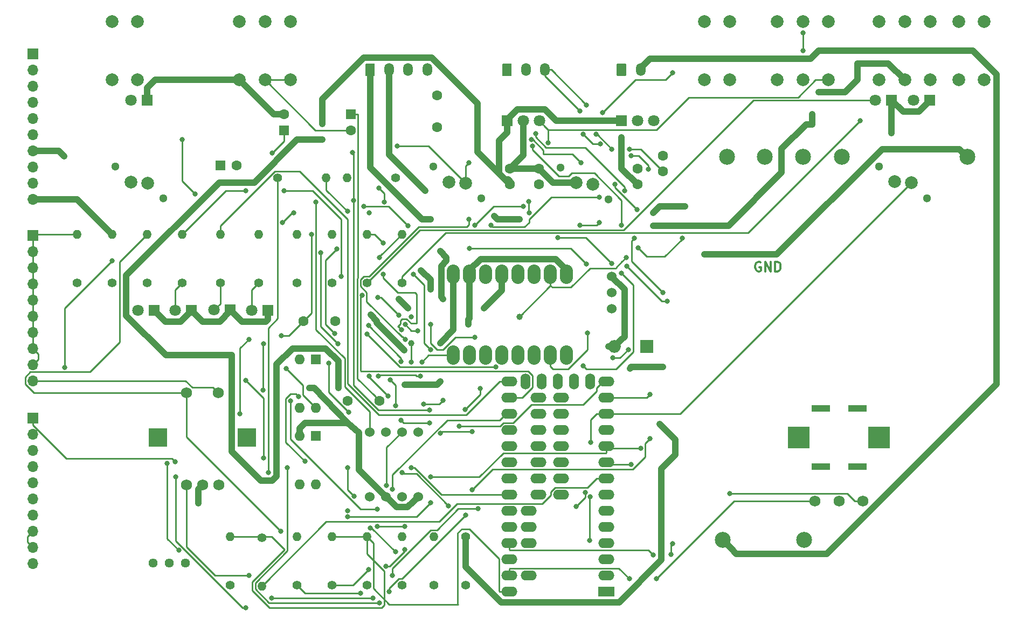
<source format=gbr>
G04 #@! TF.GenerationSoftware,KiCad,Pcbnew,5.1.5-52549c5~84~ubuntu19.04.1*
G04 #@! TF.CreationDate,2020-01-25T14:44:11+01:00*
G04 #@! TF.ProjectId,upuaut_2Nils,75707561-7574-45f3-924e-696c732e6b69,rev?*
G04 #@! TF.SameCoordinates,Original*
G04 #@! TF.FileFunction,Copper,L2,Bot*
G04 #@! TF.FilePolarity,Positive*
%FSLAX46Y46*%
G04 Gerber Fmt 4.6, Leading zero omitted, Abs format (unit mm)*
G04 Created by KiCad (PCBNEW 5.1.5-52549c5~84~ubuntu19.04.1) date 2020-01-25 14:44:11*
%MOMM*%
%LPD*%
G04 APERTURE LIST*
%ADD10C,0.300000*%
%ADD11C,2.500000*%
%ADD12C,1.524000*%
%ADD13C,2.000000*%
%ADD14R,3.000000X1.000000*%
%ADD15R,3.500000X3.500000*%
%ADD16C,1.750000*%
%ADD17O,2.540000X1.524000*%
%ADD18O,1.524000X2.540000*%
%ADD19R,2.540000X1.524000*%
%ADD20O,1.400000X1.400000*%
%ADD21C,1.400000*%
%ADD22O,1.500000X2.020000*%
%ADD23C,0.100000*%
%ADD24O,1.600000X1.600000*%
%ADD25R,1.600000X1.600000*%
%ADD26O,2.032000X3.048000*%
%ADD27R,3.000000X3.000000*%
%ADD28R,1.800000X1.800000*%
%ADD29C,1.800000*%
%ADD30C,1.440000*%
%ADD31O,2.000000X2.000000*%
%ADD32R,2.000000X2.000000*%
%ADD33C,1.600000*%
%ADD34C,1.300000*%
%ADD35R,1.700000X1.700000*%
%ADD36O,1.700000X1.700000*%
%ADD37C,1.000000*%
%ADD38C,0.800000*%
%ADD39C,1.000000*%
%ADD40C,0.250000*%
G04 APERTURE END LIST*
D10*
X183857142Y-91250000D02*
X183714285Y-91178571D01*
X183500000Y-91178571D01*
X183285714Y-91250000D01*
X183142857Y-91392857D01*
X183071428Y-91535714D01*
X183000000Y-91821428D01*
X183000000Y-92035714D01*
X183071428Y-92321428D01*
X183142857Y-92464285D01*
X183285714Y-92607142D01*
X183500000Y-92678571D01*
X183642857Y-92678571D01*
X183857142Y-92607142D01*
X183928571Y-92535714D01*
X183928571Y-92035714D01*
X183642857Y-92035714D01*
X184571428Y-92678571D02*
X184571428Y-91178571D01*
X185428571Y-92678571D01*
X185428571Y-91178571D01*
X186142857Y-92678571D02*
X186142857Y-91178571D01*
X186500000Y-91178571D01*
X186714285Y-91250000D01*
X186857142Y-91392857D01*
X186928571Y-91535714D01*
X187000000Y-91821428D01*
X187000000Y-92035714D01*
X186928571Y-92321428D01*
X186857142Y-92464285D01*
X186714285Y-92607142D01*
X186500000Y-92678571D01*
X186142857Y-92678571D01*
D11*
X190650000Y-134900000D03*
X177900000Y-134900000D03*
X216350000Y-74700000D03*
X196600000Y-74700000D03*
X190550000Y-74700000D03*
X184550000Y-74700000D03*
X178550000Y-74700000D03*
D12*
X160500000Y-98540000D03*
X160500000Y-96000000D03*
X160500000Y-93460000D03*
D13*
X210500000Y-53400000D03*
X202500000Y-53400000D03*
X210500000Y-62600000D03*
X202500000Y-62600000D03*
X206500000Y-53400000D03*
X206500000Y-62600000D03*
D14*
X193275000Y-123375000D03*
X199075000Y-123375000D03*
X199075000Y-114175000D03*
X193275000Y-114175000D03*
D15*
X202475000Y-118775000D03*
X189875000Y-118775000D03*
D16*
X192425000Y-128775000D03*
X196175000Y-128775000D03*
X199925000Y-128775000D03*
D13*
X106000000Y-62600000D03*
X106000000Y-53400000D03*
X102000000Y-62600000D03*
X110000000Y-62600000D03*
X102000000Y-53400000D03*
X110000000Y-53400000D03*
D17*
X148952000Y-112530000D03*
X148952000Y-115070000D03*
X148952000Y-117610000D03*
X148952000Y-120150000D03*
X148952000Y-122690000D03*
X152508000Y-112530000D03*
X152508000Y-115070000D03*
X152508000Y-117610000D03*
X152508000Y-120150000D03*
X152508000Y-122690000D03*
X152508000Y-125230000D03*
X148952000Y-125230000D03*
X152508000Y-127770000D03*
X148952000Y-127770000D03*
X147428000Y-130310000D03*
X147428000Y-132850000D03*
X147428000Y-135390000D03*
X147428000Y-140470000D03*
D18*
X157080000Y-109990000D03*
X154540000Y-109990000D03*
X152000000Y-109990000D03*
X149460000Y-109990000D03*
X146920000Y-109990000D03*
D17*
X144380000Y-143010000D03*
X144380000Y-140470000D03*
X144380000Y-137930000D03*
X144380000Y-135390000D03*
X144380000Y-132850000D03*
X144380000Y-130310000D03*
X144380000Y-127770000D03*
X144380000Y-125230000D03*
X144380000Y-122690000D03*
X144380000Y-120150000D03*
X144380000Y-117610000D03*
X144380000Y-115070000D03*
X144380000Y-112530000D03*
X144380000Y-109990000D03*
X159620000Y-109990000D03*
X159620000Y-112530000D03*
X159620000Y-115070000D03*
X159620000Y-117610000D03*
X159620000Y-120150000D03*
X159620000Y-122690000D03*
X159620000Y-125230000D03*
X159620000Y-127770000D03*
X159620000Y-130310000D03*
X159620000Y-132850000D03*
X159620000Y-135390000D03*
X159620000Y-137930000D03*
X159620000Y-140470000D03*
D19*
X159620000Y-143010000D03*
D20*
X87500000Y-86880000D03*
D21*
X87500000Y-94500000D03*
D22*
X131500000Y-61000000D03*
X128500000Y-61000000D03*
X125500000Y-61000000D03*
G04 #@! TA.AperFunction,ComponentPad*
D23*
G36*
X123024504Y-59991204D02*
G01*
X123048773Y-59994804D01*
X123072571Y-60000765D01*
X123095671Y-60009030D01*
X123117849Y-60019520D01*
X123138893Y-60032133D01*
X123158598Y-60046747D01*
X123176777Y-60063223D01*
X123193253Y-60081402D01*
X123207867Y-60101107D01*
X123220480Y-60122151D01*
X123230970Y-60144329D01*
X123239235Y-60167429D01*
X123245196Y-60191227D01*
X123248796Y-60215496D01*
X123250000Y-60240000D01*
X123250000Y-61760000D01*
X123248796Y-61784504D01*
X123245196Y-61808773D01*
X123239235Y-61832571D01*
X123230970Y-61855671D01*
X123220480Y-61877849D01*
X123207867Y-61898893D01*
X123193253Y-61918598D01*
X123176777Y-61936777D01*
X123158598Y-61953253D01*
X123138893Y-61967867D01*
X123117849Y-61980480D01*
X123095671Y-61990970D01*
X123072571Y-61999235D01*
X123048773Y-62005196D01*
X123024504Y-62008796D01*
X123000000Y-62010000D01*
X122000000Y-62010000D01*
X121975496Y-62008796D01*
X121951227Y-62005196D01*
X121927429Y-61999235D01*
X121904329Y-61990970D01*
X121882151Y-61980480D01*
X121861107Y-61967867D01*
X121841402Y-61953253D01*
X121823223Y-61936777D01*
X121806747Y-61918598D01*
X121792133Y-61898893D01*
X121779520Y-61877849D01*
X121769030Y-61855671D01*
X121760765Y-61832571D01*
X121754804Y-61808773D01*
X121751204Y-61784504D01*
X121750000Y-61760000D01*
X121750000Y-60240000D01*
X121751204Y-60215496D01*
X121754804Y-60191227D01*
X121760765Y-60167429D01*
X121769030Y-60144329D01*
X121779520Y-60122151D01*
X121792133Y-60101107D01*
X121806747Y-60081402D01*
X121823223Y-60063223D01*
X121841402Y-60046747D01*
X121861107Y-60032133D01*
X121882151Y-60019520D01*
X121904329Y-60009030D01*
X121927429Y-60000765D01*
X121951227Y-59994804D01*
X121975496Y-59991204D01*
X122000000Y-59990000D01*
X123000000Y-59990000D01*
X123024504Y-59991204D01*
G37*
G04 #@! TD.AperFunction*
D22*
X165000000Y-61000000D03*
G04 #@! TA.AperFunction,ComponentPad*
D23*
G36*
X162524504Y-59991204D02*
G01*
X162548773Y-59994804D01*
X162572571Y-60000765D01*
X162595671Y-60009030D01*
X162617849Y-60019520D01*
X162638893Y-60032133D01*
X162658598Y-60046747D01*
X162676777Y-60063223D01*
X162693253Y-60081402D01*
X162707867Y-60101107D01*
X162720480Y-60122151D01*
X162730970Y-60144329D01*
X162739235Y-60167429D01*
X162745196Y-60191227D01*
X162748796Y-60215496D01*
X162750000Y-60240000D01*
X162750000Y-61760000D01*
X162748796Y-61784504D01*
X162745196Y-61808773D01*
X162739235Y-61832571D01*
X162730970Y-61855671D01*
X162720480Y-61877849D01*
X162707867Y-61898893D01*
X162693253Y-61918598D01*
X162676777Y-61936777D01*
X162658598Y-61953253D01*
X162638893Y-61967867D01*
X162617849Y-61980480D01*
X162595671Y-61990970D01*
X162572571Y-61999235D01*
X162548773Y-62005196D01*
X162524504Y-62008796D01*
X162500000Y-62010000D01*
X161500000Y-62010000D01*
X161475496Y-62008796D01*
X161451227Y-62005196D01*
X161427429Y-61999235D01*
X161404329Y-61990970D01*
X161382151Y-61980480D01*
X161361107Y-61967867D01*
X161341402Y-61953253D01*
X161323223Y-61936777D01*
X161306747Y-61918598D01*
X161292133Y-61898893D01*
X161279520Y-61877849D01*
X161269030Y-61855671D01*
X161260765Y-61832571D01*
X161254804Y-61808773D01*
X161251204Y-61784504D01*
X161250000Y-61760000D01*
X161250000Y-60240000D01*
X161251204Y-60215496D01*
X161254804Y-60191227D01*
X161260765Y-60167429D01*
X161269030Y-60144329D01*
X161279520Y-60122151D01*
X161292133Y-60101107D01*
X161306747Y-60081402D01*
X161323223Y-60063223D01*
X161341402Y-60046747D01*
X161361107Y-60032133D01*
X161382151Y-60019520D01*
X161404329Y-60009030D01*
X161427429Y-60000765D01*
X161451227Y-59994804D01*
X161475496Y-59991204D01*
X161500000Y-59990000D01*
X162500000Y-59990000D01*
X162524504Y-59991204D01*
G37*
G04 #@! TD.AperFunction*
D22*
X150000000Y-61000000D03*
X147000000Y-61000000D03*
G04 #@! TA.AperFunction,ComponentPad*
D23*
G36*
X144524504Y-59991204D02*
G01*
X144548773Y-59994804D01*
X144572571Y-60000765D01*
X144595671Y-60009030D01*
X144617849Y-60019520D01*
X144638893Y-60032133D01*
X144658598Y-60046747D01*
X144676777Y-60063223D01*
X144693253Y-60081402D01*
X144707867Y-60101107D01*
X144720480Y-60122151D01*
X144730970Y-60144329D01*
X144739235Y-60167429D01*
X144745196Y-60191227D01*
X144748796Y-60215496D01*
X144750000Y-60240000D01*
X144750000Y-61760000D01*
X144748796Y-61784504D01*
X144745196Y-61808773D01*
X144739235Y-61832571D01*
X144730970Y-61855671D01*
X144720480Y-61877849D01*
X144707867Y-61898893D01*
X144693253Y-61918598D01*
X144676777Y-61936777D01*
X144658598Y-61953253D01*
X144638893Y-61967867D01*
X144617849Y-61980480D01*
X144595671Y-61990970D01*
X144572571Y-61999235D01*
X144548773Y-62005196D01*
X144524504Y-62008796D01*
X144500000Y-62010000D01*
X143500000Y-62010000D01*
X143475496Y-62008796D01*
X143451227Y-62005196D01*
X143427429Y-61999235D01*
X143404329Y-61990970D01*
X143382151Y-61980480D01*
X143361107Y-61967867D01*
X143341402Y-61953253D01*
X143323223Y-61936777D01*
X143306747Y-61918598D01*
X143292133Y-61898893D01*
X143279520Y-61877849D01*
X143269030Y-61855671D01*
X143260765Y-61832571D01*
X143254804Y-61808773D01*
X143251204Y-61784504D01*
X143250000Y-61760000D01*
X143250000Y-60240000D01*
X143251204Y-60215496D01*
X143254804Y-60191227D01*
X143260765Y-60167429D01*
X143269030Y-60144329D01*
X143279520Y-60122151D01*
X143292133Y-60101107D01*
X143306747Y-60081402D01*
X143323223Y-60063223D01*
X143341402Y-60046747D01*
X143361107Y-60032133D01*
X143382151Y-60019520D01*
X143404329Y-60009030D01*
X143427429Y-60000765D01*
X143451227Y-59994804D01*
X143475496Y-59991204D01*
X143500000Y-59990000D01*
X144500000Y-59990000D01*
X144524504Y-59991204D01*
G37*
G04 #@! TD.AperFunction*
D13*
X190500000Y-62600000D03*
X190500000Y-53400000D03*
X186500000Y-62600000D03*
X194500000Y-62600000D03*
X186500000Y-53400000D03*
X194500000Y-53400000D03*
X175000000Y-62600000D03*
X179000000Y-62600000D03*
X175000000Y-53400000D03*
X179000000Y-53400000D03*
D24*
X114000000Y-126120000D03*
X111460000Y-118500000D03*
X111460000Y-126120000D03*
D25*
X114000000Y-118500000D03*
D13*
X82000000Y-62600000D03*
X86000000Y-62600000D03*
X82000000Y-53400000D03*
X86000000Y-53400000D03*
D26*
X153390000Y-105850000D03*
X150850000Y-105850000D03*
X148310000Y-105850000D03*
X145770000Y-105850000D03*
X143230000Y-105850000D03*
X140690000Y-105850000D03*
X138150000Y-105850000D03*
X135610000Y-105850000D03*
X135610000Y-93150000D03*
X138150000Y-93150000D03*
X140690000Y-93150000D03*
X143230000Y-93150000D03*
X145770000Y-93150000D03*
X148310000Y-93150000D03*
X150850000Y-93150000D03*
X153390000Y-93150000D03*
D12*
X122420000Y-117920000D03*
X124960000Y-117920000D03*
X127500000Y-117920000D03*
X130040000Y-117920000D03*
X130040000Y-128080000D03*
X127500000Y-128080000D03*
X124960000Y-128080000D03*
X122420000Y-128080000D03*
D16*
X93675000Y-111775000D03*
X98675000Y-111775000D03*
D27*
X103175000Y-118775000D03*
X89175000Y-118775000D03*
D16*
X96175000Y-126275000D03*
X98715000Y-126275000D03*
X93635000Y-126275000D03*
D28*
X162000000Y-69000000D03*
D29*
X164540000Y-69000000D03*
X167080000Y-69000000D03*
D28*
X144000000Y-69000000D03*
D29*
X146540000Y-69000000D03*
X149080000Y-69000000D03*
D24*
X114000000Y-114120000D03*
X111460000Y-106500000D03*
X111460000Y-114120000D03*
D25*
X114000000Y-106500000D03*
D30*
X88420000Y-138500000D03*
X90960000Y-138500000D03*
X93500000Y-138500000D03*
D20*
X100500000Y-134380000D03*
D21*
X100500000Y-142000000D03*
X137500000Y-134380000D03*
X137500000Y-142000000D03*
D20*
X118880000Y-78000000D03*
D21*
X126500000Y-78000000D03*
D20*
X116500000Y-86880000D03*
D21*
X116500000Y-94500000D03*
D20*
X132500000Y-134380000D03*
D21*
X132500000Y-142000000D03*
D20*
X82000000Y-86880000D03*
D21*
X82000000Y-94500000D03*
D20*
X105000000Y-86880000D03*
D21*
X105000000Y-94500000D03*
D20*
X122000000Y-134380000D03*
D21*
X122000000Y-142000000D03*
D20*
X76500000Y-86880000D03*
D21*
X76500000Y-94500000D03*
D20*
X115620000Y-78000000D03*
D21*
X108000000Y-78000000D03*
D20*
X105500000Y-142120000D03*
D21*
X105500000Y-134500000D03*
D31*
X160920000Y-104500000D03*
D32*
X166000000Y-104500000D03*
D29*
X103885000Y-98775000D03*
D28*
X106425000Y-98775000D03*
D33*
X109000000Y-68000000D03*
D25*
X109000000Y-70500000D03*
D33*
X119500000Y-70500000D03*
D25*
X119500000Y-68000000D03*
D33*
X119000000Y-113000000D03*
X124000000Y-113000000D03*
X101500000Y-76000000D03*
D25*
X99000000Y-76000000D03*
D33*
X117000000Y-100500000D03*
X112000000Y-100500000D03*
X133000000Y-65000000D03*
X133000000Y-70000000D03*
X149000000Y-79000000D03*
X149000000Y-76500000D03*
X168500000Y-77000000D03*
X168500000Y-74500000D03*
D28*
X100550000Y-98750000D03*
D29*
X98010000Y-98750000D03*
X91910000Y-98775000D03*
D28*
X94450000Y-98775000D03*
X88550000Y-98775000D03*
D29*
X86010000Y-98775000D03*
X84910000Y-65775000D03*
D28*
X87450000Y-65775000D03*
X210440000Y-65775000D03*
D29*
X207900000Y-65775000D03*
X201910000Y-65775000D03*
D28*
X204450000Y-65775000D03*
D13*
X215000000Y-62600000D03*
X215000000Y-53400000D03*
X219000000Y-53400000D03*
X219000000Y-62600000D03*
D33*
X144500000Y-76500000D03*
X144500000Y-79000000D03*
X164500000Y-76500000D03*
X164500000Y-79000000D03*
D21*
X111000000Y-142000000D03*
D20*
X111000000Y-134380000D03*
X116500000Y-134380000D03*
D21*
X116500000Y-142000000D03*
X99000000Y-94500000D03*
D20*
X99000000Y-86880000D03*
X93000000Y-86880000D03*
D21*
X93000000Y-94500000D03*
D20*
X127500000Y-134380000D03*
D21*
X127500000Y-142000000D03*
X111000000Y-94500000D03*
D20*
X111000000Y-86880000D03*
X127500000Y-86880000D03*
D21*
X127500000Y-94500000D03*
X122000000Y-94500000D03*
D20*
X122000000Y-86880000D03*
D34*
X152450000Y-76375000D03*
X159950000Y-81375000D03*
D13*
X154900000Y-78775000D03*
X157500000Y-78975000D03*
X137500000Y-78825000D03*
X134900000Y-78625000D03*
D34*
X139950000Y-81225000D03*
X132450000Y-76225000D03*
X82500000Y-76225000D03*
X90000000Y-81225000D03*
D13*
X84950000Y-78625000D03*
X87550000Y-78825000D03*
X207550000Y-78775000D03*
X204950000Y-78575000D03*
D34*
X210000000Y-81175000D03*
X202500000Y-76175000D03*
D35*
X69500000Y-115720000D03*
D36*
X69500000Y-118260000D03*
X69500000Y-120800000D03*
X69500000Y-123340000D03*
X69500000Y-125880000D03*
X69500000Y-128420000D03*
X69500000Y-130960000D03*
X69500000Y-133500000D03*
X69500000Y-136040000D03*
X69500000Y-138580000D03*
X69500000Y-109860000D03*
X69500000Y-107320000D03*
X69500000Y-104780000D03*
X69500000Y-102240000D03*
X69500000Y-99700000D03*
X69500000Y-97160000D03*
X69500000Y-94620000D03*
X69500000Y-92080000D03*
X69500000Y-89540000D03*
D35*
X69500000Y-87000000D03*
X69500000Y-58500000D03*
D36*
X69500000Y-61040000D03*
X69500000Y-63580000D03*
X69500000Y-66120000D03*
X69500000Y-68660000D03*
X69500000Y-71200000D03*
X69500000Y-73740000D03*
X69500000Y-76280000D03*
X69500000Y-78820000D03*
X69500000Y-81360000D03*
D37*
X204450000Y-70950000D03*
X95500000Y-129150011D03*
X113000000Y-111000000D03*
X122625000Y-99525000D03*
X127900000Y-105050000D03*
X137950000Y-100975000D03*
X74449989Y-74600428D03*
D38*
X148500000Y-71000000D03*
X162512653Y-79987347D03*
X158500000Y-85000000D03*
X155500000Y-85446077D03*
X103500000Y-140500000D03*
X105700000Y-111325000D03*
X105775000Y-104025000D03*
X108568261Y-102756739D03*
X113275000Y-86850000D03*
X110000000Y-113000000D03*
X127950000Y-132725000D03*
X123660000Y-132750000D03*
X123600000Y-130050000D03*
X114000000Y-81775000D03*
X107097468Y-74097468D03*
X123884107Y-79590587D03*
X124750000Y-81775000D03*
X122262347Y-101212347D03*
X127375153Y-106849847D03*
X125650000Y-109700000D03*
X126550000Y-113755761D03*
D37*
X168000000Y-116700000D03*
X168475000Y-107725000D03*
X163325000Y-107925000D03*
X162000000Y-71633653D03*
X175000000Y-90000000D03*
D38*
X172000000Y-82500000D03*
X167000000Y-83500000D03*
D37*
X115000000Y-69475000D03*
X115000000Y-71975000D03*
X117500000Y-111000000D03*
X127975000Y-110500000D03*
X133500000Y-110000000D03*
X133500000Y-104000000D03*
D38*
X118950000Y-83225000D03*
X114725000Y-89775000D03*
X117425000Y-104050000D03*
X134835092Y-129500000D03*
X127500000Y-124269999D03*
X106500000Y-124269999D03*
X166219240Y-76619238D03*
X163500000Y-74500000D03*
X155624154Y-75624154D03*
X147840000Y-71998261D03*
X138000000Y-75624999D03*
X126800000Y-73000000D03*
X170000000Y-61500000D03*
X160619999Y-106297448D03*
X163099707Y-104953840D03*
X165000000Y-120500000D03*
X132000000Y-125000000D03*
X132052001Y-129000000D03*
X119000000Y-131275000D03*
X126483240Y-136776760D03*
X122500000Y-133000000D03*
X119183966Y-114816372D03*
X116015762Y-107134238D03*
X116906739Y-102431739D03*
X117275000Y-89150000D03*
X122350000Y-83450000D03*
X131819239Y-114480761D03*
X119900001Y-81500000D03*
X119750000Y-74025000D03*
X179050001Y-127574999D03*
X156342000Y-127407990D03*
X154868347Y-129631653D03*
X137500000Y-131000000D03*
X125487347Y-142987347D03*
X123000000Y-144000000D03*
X107000000Y-144000000D03*
D37*
X132000000Y-95500000D03*
X130500000Y-92500000D03*
X132000000Y-84500000D03*
X133500000Y-89500000D03*
X134000000Y-97000000D03*
X146000000Y-84500000D03*
X142000000Y-84000000D03*
X131150000Y-80000000D03*
X127000000Y-97000000D03*
X140404000Y-98500000D03*
X128500000Y-98500000D03*
D38*
X108500000Y-133500000D03*
X119000000Y-130274997D03*
X129000000Y-123500000D03*
X119000000Y-123500000D03*
X120012152Y-127987848D03*
X168500000Y-96000000D03*
X163500000Y-123000000D03*
X164000000Y-87500000D03*
X164487347Y-82987347D03*
X161000000Y-79000000D03*
X158500000Y-81000000D03*
X141487347Y-85446077D03*
X138000000Y-84500000D03*
X130650000Y-106900000D03*
X130375000Y-109150000D03*
X123825000Y-109119990D03*
X128050331Y-103361853D03*
X139827980Y-111102980D03*
X137412347Y-114412347D03*
X159000000Y-67700000D03*
X146550001Y-82500000D03*
X139000000Y-85446077D03*
X138079766Y-89043099D03*
X156500000Y-91500000D03*
X156637427Y-102362573D03*
X147987347Y-72987347D03*
X162000000Y-85446077D03*
X162830761Y-91830761D03*
X169152346Y-97377346D03*
X170000000Y-135500000D03*
X166975000Y-137221762D03*
X169775000Y-137150000D03*
X150512653Y-72512653D03*
X147461349Y-81736349D03*
X147487347Y-83487347D03*
X152000000Y-87346087D03*
X160500000Y-91447999D03*
X161980959Y-92963405D03*
X156000000Y-107500000D03*
X139000000Y-103000000D03*
X132000000Y-101000000D03*
X130000000Y-102000000D03*
X128004152Y-100995848D03*
X109300000Y-107925000D03*
X103450000Y-103375000D03*
X102074999Y-115074999D03*
X91912653Y-122612653D03*
X158658653Y-72658653D03*
X156000000Y-71150001D03*
X155512653Y-67512653D03*
X163300000Y-73500000D03*
X160500000Y-73500000D03*
X158000000Y-71150001D03*
X156512653Y-66512653D03*
X162725000Y-90500000D03*
X129000000Y-99800000D03*
X127052653Y-99552653D03*
X123754152Y-96745848D03*
D37*
X145974000Y-99800000D03*
D38*
X90654978Y-122845022D03*
X92478846Y-136521154D03*
D37*
X129000000Y-103950000D03*
D38*
X125071739Y-126353261D03*
X129000000Y-106974010D03*
X164575000Y-89025000D03*
X171550000Y-87450000D03*
X103000000Y-109849999D03*
X105775000Y-122000000D03*
X109500000Y-123544999D03*
X124000000Y-144775000D03*
X93000000Y-72000000D03*
X95000000Y-80500000D03*
X199500000Y-69000000D03*
X136500000Y-117000000D03*
X132004152Y-104995848D03*
X129290071Y-93128550D03*
X128450000Y-85500000D03*
X121500000Y-82500000D03*
X110500000Y-83500000D03*
X108725000Y-85000000D03*
X82000000Y-91000000D03*
X74554652Y-107770001D03*
X92000000Y-125000000D03*
X102987347Y-145512653D03*
X121000000Y-143275000D03*
X126000000Y-140500000D03*
X139500000Y-130000000D03*
X138500000Y-127000000D03*
X166482218Y-118977612D03*
X166500000Y-112000000D03*
X122300001Y-139500000D03*
X125000000Y-139000000D03*
X127931499Y-136406193D03*
X157000000Y-135000000D03*
X157085402Y-128076837D03*
X157151153Y-119584153D03*
X121249989Y-96420847D03*
X118000000Y-93500000D03*
X109000000Y-80000000D03*
X103000000Y-80000000D03*
X126043469Y-126954859D03*
X133950000Y-112950000D03*
X111275000Y-112350000D03*
X112275000Y-122550000D03*
X130900000Y-113500000D03*
X124000000Y-90500000D03*
X122000000Y-102500000D03*
X142235664Y-107669990D03*
X138550000Y-117875000D03*
X133573651Y-118148651D03*
X131852001Y-116475000D03*
X127400000Y-116100000D03*
X125350000Y-112300000D03*
X122325000Y-109119990D03*
X124599999Y-88250000D03*
X124599999Y-93175000D03*
X127487583Y-101852096D03*
X190500000Y-55200000D03*
X190500000Y-57999989D03*
X167500000Y-141000000D03*
X163219999Y-141000000D03*
X193000000Y-64500000D03*
X192000000Y-68000000D03*
X167000000Y-85500000D03*
D39*
X206250001Y-67575001D02*
X204450000Y-65775000D01*
X208764001Y-67575001D02*
X206250001Y-67575001D01*
X210440000Y-65899002D02*
X208764001Y-67575001D01*
X210440000Y-65775000D02*
X210440000Y-65899002D01*
X204450000Y-65775000D02*
X204450000Y-70950000D01*
X151275000Y-78775000D02*
X149000000Y-76500000D01*
X154900000Y-78775000D02*
X151275000Y-78775000D01*
X149000000Y-76500000D02*
X144500000Y-76500000D01*
X146540000Y-74460000D02*
X146540000Y-69000000D01*
X144500000Y-76500000D02*
X146540000Y-74460000D01*
X76480000Y-81360000D02*
X69500000Y-81360000D01*
X82000000Y-86880000D02*
X76480000Y-81360000D01*
X87450000Y-63875000D02*
X87450000Y-65775000D01*
X88725000Y-62600000D02*
X87450000Y-63875000D01*
X102000000Y-62600000D02*
X88725000Y-62600000D01*
X107400000Y-68000000D02*
X109000000Y-68000000D01*
X102000000Y-62600000D02*
X107400000Y-68000000D01*
X94450000Y-98899002D02*
X94450000Y-98775000D01*
X92774001Y-100575001D02*
X94450000Y-98899002D01*
X90350001Y-100575001D02*
X92774001Y-100575001D01*
X88550000Y-98775000D02*
X90350001Y-100575001D01*
X100550000Y-98874002D02*
X100550000Y-98750000D01*
X98874001Y-100550001D02*
X100550000Y-98874002D01*
X96225001Y-100550001D02*
X98874001Y-100550001D01*
X94450000Y-98775000D02*
X96225001Y-100550001D01*
X106425000Y-100220419D02*
X106425000Y-98775000D01*
X106070418Y-100575001D02*
X106425000Y-100220419D01*
X102375001Y-100575001D02*
X106070418Y-100575001D01*
X100550000Y-98750000D02*
X102375001Y-100575001D01*
X95500000Y-126950000D02*
X96175000Y-126275000D01*
X95500000Y-129150011D02*
X95500000Y-126950000D01*
X120757999Y-123877999D02*
X124960000Y-128080000D01*
X113000000Y-111000000D02*
X113707106Y-111000000D01*
X120757999Y-118050893D02*
X120757999Y-123877999D01*
X112328630Y-116500000D02*
X119000000Y-116500000D01*
X111460000Y-117368630D02*
X112328630Y-116500000D01*
X111460000Y-118500000D02*
X111460000Y-117368630D01*
X113707106Y-111000000D02*
X119000000Y-116500000D01*
X119000000Y-116500000D02*
X120757999Y-118050893D01*
X138150000Y-98225912D02*
X138150000Y-93150000D01*
X138150000Y-92472353D02*
X138150000Y-93150000D01*
X151643637Y-90725990D02*
X139896363Y-90725990D01*
X153390000Y-92472353D02*
X151643637Y-90725990D01*
X139896363Y-90725990D02*
X138150000Y-92472353D01*
X153390000Y-93150000D02*
X153390000Y-92472353D01*
X123562348Y-100712348D02*
X127900000Y-105050000D01*
X122625000Y-99525000D02*
X123562348Y-100462348D01*
X123562348Y-100462348D02*
X123562348Y-100712348D01*
X137950000Y-100267894D02*
X138150000Y-100067894D01*
X138150000Y-100067894D02*
X138150000Y-98225912D01*
X137950000Y-100975000D02*
X137950000Y-100267894D01*
X69500000Y-73740000D02*
X73589561Y-73740000D01*
X73589561Y-73740000D02*
X74449989Y-74600428D01*
X129278001Y-128841999D02*
X130040000Y-128080000D01*
X126702239Y-129742001D02*
X128377999Y-129742001D01*
X125040238Y-128080000D02*
X126702239Y-129742001D01*
X128377999Y-129742001D02*
X129278001Y-128841999D01*
X124960000Y-128080000D02*
X125040238Y-128080000D01*
D40*
X148500000Y-71573002D02*
X150164652Y-73237654D01*
X150164652Y-73237654D02*
X156310656Y-73237654D01*
X148500000Y-71000000D02*
X148500000Y-71573002D01*
X156310656Y-73237654D02*
X162512653Y-79439651D01*
X162512653Y-79439651D02*
X162512653Y-79987347D01*
X158500000Y-85000000D02*
X158053923Y-85446077D01*
X158053923Y-85446077D02*
X155500000Y-85446077D01*
X136185104Y-129222990D02*
X133408094Y-132000000D01*
X149544274Y-129222990D02*
X136185104Y-129222990D01*
X150912990Y-127854274D02*
X149544274Y-129222990D01*
X150912990Y-127319746D02*
X150912990Y-127854274D01*
X158100000Y-125230000D02*
X156647010Y-126682990D01*
X159620000Y-125230000D02*
X158100000Y-125230000D01*
X156647010Y-126682990D02*
X151549746Y-126682990D01*
X151549746Y-126682990D02*
X150912990Y-127319746D01*
X115620000Y-132000000D02*
X105500000Y-142120000D01*
X133408094Y-132000000D02*
X115620000Y-132000000D01*
X93635000Y-126275000D02*
X93635000Y-136015592D01*
X93635000Y-136015592D02*
X98119408Y-140500000D01*
X98119408Y-140500000D02*
X103500000Y-140500000D01*
X105700000Y-111325000D02*
X105700000Y-104100000D01*
X105700000Y-104100000D02*
X105775000Y-104025000D01*
X109743261Y-102756739D02*
X112000000Y-100500000D01*
X108568261Y-102756739D02*
X109743261Y-102756739D01*
X112000000Y-100500000D02*
X113275000Y-99225000D01*
X113275000Y-99225000D02*
X113275000Y-86850000D01*
X110000000Y-113000000D02*
X110000000Y-119001002D01*
X127950000Y-132725000D02*
X127384315Y-132725000D01*
X127359315Y-132750000D02*
X123660000Y-132750000D01*
X127384315Y-132725000D02*
X127359315Y-132750000D01*
X123600000Y-130050000D02*
X121048998Y-130050000D01*
X110000000Y-119001002D02*
X120936999Y-129938001D01*
X121048998Y-130050000D02*
X120936999Y-129938001D01*
X120936999Y-129938001D02*
X120998998Y-130000000D01*
X122420000Y-116842370D02*
X122420000Y-117920000D01*
X122420000Y-114754998D02*
X122420000Y-116842370D01*
X118525010Y-110860008D02*
X122420000Y-114754998D01*
X118525010Y-106355425D02*
X118525010Y-110860008D01*
X114000000Y-101830415D02*
X118525010Y-106355425D01*
X114000000Y-81775000D02*
X114000000Y-101830415D01*
X123200001Y-112200001D02*
X124000000Y-113000000D01*
X120524989Y-109524989D02*
X123200001Y-112200001D01*
X120524989Y-93821599D02*
X120524989Y-109524989D01*
X120625001Y-93721587D02*
X120524989Y-93821599D01*
X120550000Y-68000000D02*
X120625001Y-68075001D01*
X120625001Y-68075001D02*
X120625001Y-93721587D01*
X119500000Y-68000000D02*
X120550000Y-68000000D01*
X113900000Y-70500000D02*
X119500000Y-70500000D01*
X106000000Y-62600000D02*
X113900000Y-70500000D01*
X108585787Y-62600000D02*
X106000000Y-62600000D01*
X110000000Y-62600000D02*
X108585787Y-62600000D01*
X109000000Y-70500000D02*
X109000000Y-72194936D01*
X109000000Y-72194936D02*
X107097468Y-74097468D01*
X123884107Y-79590587D02*
X124750000Y-80456480D01*
X124750000Y-80456480D02*
X124750000Y-81775000D01*
X122262347Y-101212347D02*
X127375153Y-106325153D01*
X127375153Y-106325153D02*
X127375153Y-106849847D01*
X125650000Y-109700000D02*
X126550000Y-110600000D01*
X126550000Y-110600000D02*
X126550000Y-113755761D01*
D39*
X161919999Y-103500001D02*
X160920000Y-104500000D01*
X162500000Y-102920000D02*
X161919999Y-103500001D01*
X162500000Y-95540238D02*
X162500000Y-102920000D01*
X160500000Y-93540238D02*
X162500000Y-95540238D01*
X160500000Y-93460000D02*
X160500000Y-93540238D01*
X160920000Y-104500000D02*
X160000000Y-104500000D01*
X137500000Y-139099583D02*
X143072418Y-144672001D01*
X161610001Y-144672001D02*
X168275000Y-138007002D01*
X170449512Y-119149512D02*
X168000000Y-116700000D01*
X170449512Y-121530038D02*
X170449512Y-119149512D01*
X168275000Y-123704550D02*
X170449512Y-121530038D01*
X137500000Y-134380000D02*
X137500000Y-139099583D01*
X143072418Y-144672001D02*
X161610001Y-144672001D01*
X168275000Y-138007002D02*
X168275000Y-123704550D01*
X168475000Y-107725000D02*
X163525000Y-107725000D01*
X163525000Y-107725000D02*
X163325000Y-107925000D01*
X144000000Y-68875998D02*
X144000000Y-69000000D01*
X145675999Y-67199999D02*
X144000000Y-68875998D01*
X149944001Y-67199999D02*
X145675999Y-67199999D01*
X151744002Y-69000000D02*
X149944001Y-67199999D01*
X162000000Y-69000000D02*
X151744002Y-69000000D01*
X162000000Y-76500000D02*
X164500000Y-79000000D01*
X162000000Y-71633653D02*
X162000000Y-76500000D01*
X144000000Y-70900000D02*
X144000000Y-69000000D01*
X142799999Y-72100001D02*
X144000000Y-70900000D01*
X142799999Y-77316001D02*
X142799999Y-72100001D01*
X143683999Y-78200001D02*
X142799999Y-77316001D01*
X144200001Y-78200001D02*
X143683999Y-78200001D01*
X144500000Y-78500000D02*
X144200001Y-78200001D01*
X144500000Y-79000000D02*
X144500000Y-78500000D01*
X186380998Y-90000000D02*
X175000000Y-90000000D01*
X202930997Y-73450001D02*
X186380998Y-90000000D01*
X216350000Y-74700000D02*
X215100001Y-73450001D01*
X215100001Y-73450001D02*
X202930997Y-73450001D01*
X172000000Y-82500000D02*
X168000000Y-82500000D01*
X168000000Y-82500000D02*
X167000000Y-83500000D01*
X115000000Y-65613638D02*
X115000000Y-69475000D01*
X139400001Y-73900001D02*
X139400001Y-66306535D01*
X144500000Y-79000000D02*
X139400001Y-73900001D01*
X139400001Y-66306535D02*
X132183456Y-59089990D01*
X132183456Y-59089990D02*
X121523648Y-59089990D01*
X121523648Y-59089990D02*
X115000000Y-65613638D01*
X117500000Y-106779998D02*
X117500000Y-111000000D01*
X110305435Y-104799999D02*
X115520001Y-104799999D01*
X107800001Y-107305433D02*
X110305435Y-104799999D01*
X98811999Y-78699999D02*
X84209999Y-93301999D01*
X107800001Y-124894000D02*
X107800001Y-107305433D01*
X115000000Y-71975000D02*
X111058414Y-71975000D01*
X105349998Y-125570000D02*
X107124001Y-125570000D01*
X111058414Y-71975000D02*
X104333415Y-78699999D01*
X104333415Y-78699999D02*
X98811999Y-78699999D01*
X115520001Y-104799999D02*
X117500000Y-106779998D01*
X90441418Y-105870420D02*
X100774999Y-105870420D01*
X84209999Y-93301999D02*
X84209999Y-99639001D01*
X84209999Y-99639001D02*
X90441418Y-105870420D01*
X100774999Y-105870420D02*
X100774999Y-120995001D01*
X100774999Y-120995001D02*
X105349998Y-125570000D01*
X107124001Y-125570000D02*
X107800001Y-124894000D01*
X127975000Y-110500000D02*
X133000000Y-110500000D01*
X133000000Y-110500000D02*
X133500000Y-110000000D01*
X135610000Y-101890000D02*
X135610000Y-93150000D01*
X133500000Y-104000000D02*
X135610000Y-101890000D01*
D40*
X115620000Y-78000000D02*
X115620000Y-79895000D01*
X115620000Y-79895000D02*
X118950000Y-83225000D01*
X114725000Y-89775000D02*
X114725000Y-101350000D01*
X114725000Y-101350000D02*
X117425000Y-104050000D01*
X134835092Y-129500000D02*
X129835092Y-124500000D01*
X106500000Y-101595002D02*
X108000000Y-100095002D01*
X108000000Y-78989949D02*
X108000000Y-78000000D01*
X106500000Y-124500000D02*
X106500000Y-101595002D01*
X108000000Y-100095002D02*
X108000000Y-78989949D01*
X129835092Y-124500000D02*
X127730001Y-124500000D01*
X127730001Y-124500000D02*
X127500000Y-124269999D01*
X164665687Y-74500000D02*
X163500000Y-74500000D01*
X166219240Y-76619238D02*
X166219240Y-76053553D01*
X166219240Y-76053553D02*
X164665687Y-74500000D01*
X155624154Y-75624154D02*
X154270190Y-74270190D01*
X154270190Y-74270190D02*
X149729810Y-74270190D01*
X148071263Y-71998261D02*
X147840000Y-71998261D01*
X149729810Y-74270190D02*
X149729810Y-73656808D01*
X149729810Y-73656808D02*
X148071263Y-71998261D01*
X137500000Y-76124999D02*
X137500000Y-78825000D01*
X138000000Y-75624999D02*
X137500000Y-76124999D01*
X137500000Y-78825000D02*
X131675000Y-73000000D01*
X131675000Y-73000000D02*
X126800000Y-73000000D01*
X160619999Y-106297448D02*
X161756099Y-106297448D01*
X161756099Y-106297448D02*
X163099707Y-104953840D01*
X159970000Y-120500000D02*
X159620000Y-120150000D01*
X165000000Y-120500000D02*
X159970000Y-120500000D01*
X159620000Y-120150000D02*
X159620000Y-121162000D01*
X159620000Y-121162000D02*
X159544990Y-121237010D01*
X159544990Y-121237010D02*
X143421746Y-121237010D01*
X143421746Y-121237010D02*
X139658756Y-125000000D01*
X139658756Y-125000000D02*
X132000000Y-125000000D01*
X132052001Y-129000000D02*
X129777001Y-131275000D01*
X129777001Y-131275000D02*
X119000000Y-131275000D01*
X126483240Y-136776760D02*
X122706480Y-133000000D01*
X122706480Y-133000000D02*
X122500000Y-133000000D01*
X119183966Y-114816372D02*
X116015762Y-111648168D01*
X116015762Y-111648168D02*
X116015762Y-107134238D01*
X116906739Y-102431739D02*
X115474999Y-100999999D01*
X115474999Y-90950001D02*
X117275000Y-89150000D01*
X115474999Y-100999999D02*
X115474999Y-90950001D01*
X119900001Y-110565003D02*
X119900001Y-81500000D01*
X131819239Y-114480761D02*
X123815759Y-114480761D01*
X123815759Y-114480761D02*
X119900001Y-110565003D01*
X119905001Y-80929315D02*
X119905001Y-74180001D01*
X119900001Y-81500000D02*
X119900001Y-80934315D01*
X119905001Y-74180001D02*
X119750000Y-74025000D01*
X119900001Y-80934315D02*
X119905001Y-80929315D01*
X199925000Y-128775000D02*
X198687564Y-128775000D01*
X198687564Y-128775000D02*
X197487563Y-127574999D01*
X179050001Y-127574999D02*
X178998003Y-127574999D01*
X197487563Y-127574999D02*
X179050001Y-127574999D01*
X156342000Y-127407990D02*
X156342000Y-128158000D01*
X156342000Y-128158000D02*
X154868347Y-129631653D01*
X125487347Y-142495651D02*
X125487347Y-142987347D01*
X127007999Y-140974999D02*
X125487347Y-142495651D01*
X137500000Y-131000000D02*
X127525001Y-140974999D01*
X127525001Y-140974999D02*
X127007999Y-140974999D01*
X123000000Y-144000000D02*
X107000000Y-144000000D01*
D39*
X179149999Y-136149999D02*
X177900000Y-134900000D01*
X180050001Y-137050001D02*
X179149999Y-136149999D01*
X220900001Y-110427001D02*
X194277001Y-137050001D01*
X220900001Y-61687999D02*
X220900001Y-110427001D01*
X194277001Y-137050001D02*
X180050001Y-137050001D01*
X165000000Y-61000000D02*
X165000000Y-60740000D01*
X166440010Y-59299990D02*
X191700010Y-59299990D01*
X165000000Y-60740000D02*
X166440010Y-59299990D01*
X191700010Y-59299990D02*
X193000000Y-58000000D01*
X217212002Y-58000000D02*
X220900001Y-61687999D01*
X193000000Y-58000000D02*
X217212002Y-58000000D01*
X132000000Y-95500000D02*
X132000000Y-94000000D01*
X132000000Y-94000000D02*
X130500000Y-92500000D01*
X130631998Y-84500000D02*
X132000000Y-84500000D01*
X122500000Y-61000000D02*
X122500000Y-76368002D01*
X122500000Y-76368002D02*
X130631998Y-84500000D01*
X134500000Y-90500000D02*
X134500000Y-91042353D01*
X133500000Y-89500000D02*
X134500000Y-90500000D01*
X134500000Y-91042353D02*
X133693990Y-91848363D01*
X133693990Y-91848363D02*
X133693990Y-96693990D01*
X133693990Y-96693990D02*
X134000000Y-97000000D01*
X146000000Y-84500000D02*
X142500000Y-84500000D01*
X142500000Y-84500000D02*
X142000000Y-84000000D01*
X125500000Y-74350000D02*
X125500000Y-61000000D01*
X131150000Y-80000000D02*
X125500000Y-74350000D01*
X127000000Y-97000000D02*
X128500000Y-98500000D01*
X143230000Y-95674000D02*
X143230000Y-93150000D01*
X140404000Y-98500000D02*
X140404000Y-98500000D01*
X140404000Y-98500000D02*
X143230000Y-95674000D01*
X128500000Y-98500000D02*
X128500000Y-98500000D01*
D40*
X83184989Y-91195011D02*
X86800001Y-87579999D01*
X83184989Y-103815011D02*
X83184989Y-91195011D01*
X69125997Y-108495001D02*
X78504999Y-108495001D01*
X68324999Y-109295999D02*
X69125997Y-108495001D01*
X86800001Y-87579999D02*
X87500000Y-86880000D01*
X68324999Y-110424001D02*
X68324999Y-109295999D01*
X69675998Y-111775000D02*
X68324999Y-110424001D01*
X78504999Y-108495001D02*
X83184989Y-103815011D01*
X93675000Y-111775000D02*
X69675998Y-111775000D01*
X93675000Y-111775000D02*
X93675000Y-118675000D01*
X93675000Y-118675000D02*
X108500000Y-133500000D01*
X129471502Y-123500000D02*
X129000000Y-123500000D01*
X144380000Y-127770000D02*
X133741502Y-127770000D01*
X133741502Y-127770000D02*
X129471502Y-123500000D01*
X119000000Y-123500000D02*
X119000000Y-126975696D01*
X119000000Y-126975696D02*
X120012152Y-127987848D01*
X163605760Y-91105760D02*
X168500000Y-96000000D01*
X159930000Y-123000000D02*
X159620000Y-122690000D01*
X163500000Y-123000000D02*
X159930000Y-123000000D01*
X163605760Y-91105760D02*
X163605760Y-87894240D01*
X163605760Y-87894240D02*
X164000000Y-87500000D01*
X164487347Y-82987347D02*
X161000000Y-79500000D01*
X161000000Y-79500000D02*
X161000000Y-79000000D01*
X158500000Y-81000000D02*
X151000000Y-81000000D01*
X151000000Y-81000000D02*
X147500000Y-84500000D01*
X121507999Y-93474999D02*
X120974999Y-94007999D01*
X122388591Y-93474999D02*
X121507999Y-93474999D01*
X130142522Y-85721068D02*
X122388591Y-93474999D01*
X137652007Y-85721068D02*
X130142522Y-85721068D01*
X120974999Y-94007999D02*
X120974999Y-94992001D01*
X147500000Y-85000000D02*
X146778933Y-85721067D01*
X147500000Y-84500000D02*
X147500000Y-85000000D01*
X146778933Y-85721067D02*
X141762337Y-85721067D01*
X141762337Y-85721067D02*
X141487347Y-85446077D01*
X138000000Y-85373075D02*
X137652007Y-85721068D01*
X138000000Y-84500000D02*
X138000000Y-85373075D01*
X135610000Y-105850000D02*
X131700000Y-105850000D01*
X131700000Y-105850000D02*
X130650000Y-106900000D01*
X123969991Y-108974999D02*
X123825000Y-109119990D01*
X129634314Y-108974999D02*
X123969991Y-108974999D01*
X130375000Y-109150000D02*
X129809315Y-109150000D01*
X129809315Y-109150000D02*
X129634314Y-108974999D01*
X121974990Y-95991992D02*
X120974999Y-94992001D01*
X121974990Y-97412505D02*
X121974990Y-95991992D01*
X127650332Y-102961854D02*
X127524339Y-102961854D01*
X127524339Y-102961854D02*
X121974990Y-97412505D01*
X128050331Y-103361853D02*
X127650332Y-102961854D01*
X139827980Y-111102980D02*
X139827980Y-111996714D01*
X139827980Y-111996714D02*
X137412347Y-114412347D01*
X164164990Y-62535010D02*
X159000000Y-67700000D01*
X170000000Y-61500000D02*
X168964990Y-62535010D01*
X168964990Y-62535010D02*
X164164990Y-62535010D01*
X146550001Y-82500000D02*
X141946077Y-82500000D01*
X141946077Y-82500000D02*
X139000000Y-85446077D01*
X138079766Y-89043099D02*
X154043099Y-89043099D01*
X154043099Y-89043099D02*
X156500000Y-91500000D01*
X156637427Y-105007047D02*
X153644474Y-108000000D01*
X156637427Y-102362573D02*
X156637427Y-105007047D01*
X150850000Y-107624000D02*
X150850000Y-105850000D01*
X151226000Y-108000000D02*
X150850000Y-107624000D01*
X153644474Y-108000000D02*
X151226000Y-108000000D01*
X157736001Y-77249999D02*
X162000000Y-81513998D01*
X147987347Y-73553032D02*
X152184305Y-77749990D01*
X152184305Y-77749990D02*
X153668008Y-77749990D01*
X154167999Y-77249999D02*
X157736001Y-77249999D01*
X147987347Y-72987347D02*
X147987347Y-73553032D01*
X162000000Y-81513998D02*
X162000000Y-85446077D01*
X153668008Y-77749990D02*
X154167999Y-77249999D01*
X162830761Y-91830761D02*
X168377346Y-97377346D01*
X168377346Y-97377346D02*
X169152346Y-97377346D01*
X166230248Y-136477010D02*
X166975000Y-137221762D01*
X144380000Y-135390000D02*
X144380000Y-136402000D01*
X144455010Y-136477010D02*
X166230248Y-136477010D01*
X144380000Y-136402000D02*
X144455010Y-136477010D01*
X169775000Y-135725000D02*
X170000000Y-135500000D01*
X169775000Y-137150000D02*
X169775000Y-135725000D01*
X149979999Y-69899999D02*
X149080000Y-69000000D01*
X150505001Y-70425001D02*
X149979999Y-69899999D01*
X167468001Y-70425001D02*
X150505001Y-70425001D01*
X172568012Y-65324990D02*
X167468001Y-70425001D01*
X189736012Y-65324990D02*
X172568012Y-65324990D01*
X192461002Y-62600000D02*
X189736012Y-65324990D01*
X194500000Y-62600000D02*
X192461002Y-62600000D01*
X150512653Y-70432653D02*
X150505001Y-70425001D01*
X150512653Y-72512653D02*
X150512653Y-70432653D01*
X147461349Y-81736349D02*
X147461349Y-83461349D01*
X147461349Y-83461349D02*
X147487347Y-83487347D01*
X152000000Y-87346087D02*
X156398088Y-87346087D01*
X156398088Y-87346087D02*
X160500000Y-91447999D01*
X163824708Y-94807154D02*
X163824708Y-105301841D01*
X163824708Y-105301841D02*
X161101540Y-108025009D01*
X161980959Y-92963405D02*
X163824708Y-94807154D01*
X161101540Y-108025009D02*
X156525009Y-108025009D01*
X156525009Y-108025009D02*
X156000000Y-107500000D01*
X133924573Y-105025009D02*
X133075427Y-105025009D01*
X139000000Y-103000000D02*
X135949582Y-103000000D01*
X133075427Y-105025009D02*
X132000000Y-103949582D01*
X135949582Y-103000000D02*
X133924573Y-105025009D01*
X132000000Y-103949582D02*
X132000000Y-101000000D01*
X130000000Y-102000000D02*
X129008304Y-102000000D01*
X129008304Y-102000000D02*
X128004152Y-100995848D01*
X111974990Y-110599990D02*
X109300000Y-107925000D01*
X114000000Y-114120000D02*
X111974990Y-112094990D01*
X111974990Y-112094990D02*
X111974990Y-110599990D01*
X103450000Y-103375000D02*
X102074999Y-104750001D01*
X102074999Y-104750001D02*
X102074999Y-115074999D01*
X69500000Y-116820000D02*
X69500000Y-115720000D01*
X91420021Y-122120021D02*
X74800021Y-122120021D01*
X74800021Y-122120021D02*
X69500000Y-116820000D01*
X91912653Y-122612653D02*
X91420021Y-122120021D01*
X68650001Y-134349999D02*
X69500000Y-133500000D01*
X68650001Y-135190001D02*
X68650001Y-134349999D01*
X69500000Y-136040000D02*
X68650001Y-135190001D01*
X158658653Y-72658653D02*
X157508652Y-72658653D01*
X157508652Y-72658653D02*
X156000000Y-71150001D01*
X150000000Y-62000000D02*
X150000000Y-61000000D01*
X155512653Y-67512653D02*
X150000000Y-62000000D01*
X168500000Y-77000000D02*
X165000000Y-73500000D01*
X165000000Y-73500000D02*
X163300000Y-73500000D01*
X160500000Y-73500000D02*
X158150001Y-71150001D01*
X158150001Y-71150001D02*
X158000000Y-71150001D01*
X151000000Y-61000000D02*
X150000000Y-61000000D01*
X156512653Y-66512653D02*
X151000000Y-61000000D01*
X162725000Y-90500000D02*
X162105760Y-91119240D01*
X150850000Y-94924000D02*
X150850000Y-93150000D01*
X151125010Y-95199010D02*
X150850000Y-94924000D01*
X154028307Y-95199010D02*
X151125010Y-95199010D01*
X157054318Y-92172999D02*
X154028307Y-95199010D01*
X161117761Y-92172999D02*
X157054318Y-92172999D01*
X150850000Y-94924000D02*
X145974000Y-99800000D01*
X145974000Y-99800000D02*
X145974000Y-99800000D01*
X127052653Y-99552653D02*
X124245848Y-96745848D01*
X124245848Y-96745848D02*
X123754152Y-96745848D01*
X161117761Y-92107239D02*
X162105760Y-91119240D01*
X161117761Y-92172999D02*
X161117761Y-92107239D01*
X69620000Y-86880000D02*
X69500000Y-87000000D01*
X76500000Y-86880000D02*
X69620000Y-86880000D01*
X70702081Y-109860000D02*
X69500000Y-109860000D01*
X93536002Y-109860000D02*
X70702081Y-109860000D01*
X94576003Y-110900001D02*
X93536002Y-109860000D01*
X97800001Y-110900001D02*
X94576003Y-110900001D01*
X98675000Y-111775000D02*
X97800001Y-110900001D01*
X90654978Y-122845022D02*
X90654978Y-134697286D01*
X90654978Y-134697286D02*
X92478846Y-136521154D01*
X129000000Y-103950000D02*
X129000000Y-107000000D01*
X123025001Y-135405001D02*
X123025001Y-142492001D01*
X123025001Y-142492001D02*
X125533000Y-145000000D01*
X122000000Y-134380000D02*
X123025001Y-135405001D01*
X125533000Y-145000000D02*
X136313002Y-145000000D01*
X122000000Y-135369949D02*
X122000000Y-134380000D01*
X124725001Y-139798003D02*
X122000000Y-137073002D01*
X124725001Y-145123001D02*
X124725001Y-139798003D01*
X124348001Y-145500001D02*
X124725001Y-145123001D01*
X106726589Y-145500001D02*
X124348001Y-145500001D01*
X104024990Y-142798402D02*
X106726589Y-145500001D01*
X107013392Y-134380000D02*
X109049990Y-136416598D01*
X122000000Y-137073002D02*
X122000000Y-135369949D01*
X104024989Y-141441599D02*
X104024990Y-142798402D01*
X109049990Y-136416598D02*
X104024989Y-141441599D01*
X100500000Y-134380000D02*
X107013392Y-134380000D01*
X125071739Y-120348261D02*
X127500000Y-117920000D01*
X125071739Y-126353261D02*
X125071739Y-120348261D01*
X116500000Y-134380000D02*
X122000000Y-134380000D01*
X69500000Y-88100000D02*
X69500000Y-89540000D01*
X69500000Y-87000000D02*
X69500000Y-88100000D01*
X69500000Y-90742081D02*
X69500000Y-92080000D01*
X69500000Y-89540000D02*
X69500000Y-90742081D01*
X69500000Y-92080000D02*
X69500000Y-94620000D01*
X69500000Y-94620000D02*
X69500000Y-97160000D01*
X69500000Y-98362081D02*
X69500000Y-99700000D01*
X69500000Y-97160000D02*
X69500000Y-98362081D01*
X69500000Y-99700000D02*
X69500000Y-102240000D01*
X69500000Y-103442081D02*
X69500000Y-104780000D01*
X69500000Y-102240000D02*
X69500000Y-103442081D01*
X70349999Y-106470001D02*
X69500000Y-107320000D01*
X70349999Y-105629999D02*
X70349999Y-106470001D01*
X69500000Y-104780000D02*
X70349999Y-105629999D01*
X171550000Y-87604272D02*
X171550000Y-87450000D01*
X168775360Y-90378912D02*
X171550000Y-87604272D01*
X164575000Y-89025000D02*
X165928912Y-90378912D01*
X165928912Y-90378912D02*
X168775360Y-90378912D01*
X142860000Y-143010000D02*
X144380000Y-143010000D01*
X142784990Y-142934990D02*
X142860000Y-143010000D01*
X142784990Y-137851988D02*
X142784990Y-142934990D01*
X138088001Y-133154999D02*
X142784990Y-137851988D01*
X136911999Y-133154999D02*
X138088001Y-133154999D01*
X136274999Y-133791999D02*
X136911999Y-133154999D01*
X136274999Y-144961997D02*
X136274999Y-133791999D01*
X136313002Y-145000000D02*
X136274999Y-144961997D01*
X99000000Y-97760000D02*
X99000000Y-94500000D01*
X98010000Y-98750000D02*
X99000000Y-97760000D01*
X103885000Y-95615000D02*
X105000000Y-94500000D01*
X103885000Y-98775000D02*
X103885000Y-95615000D01*
X91910000Y-95590000D02*
X93000000Y-94500000D01*
X91910000Y-98775000D02*
X91910000Y-95590000D01*
X103000000Y-109849999D02*
X105775000Y-112624999D01*
X105775000Y-112624999D02*
X105775000Y-122000000D01*
X109500000Y-136602998D02*
X104474999Y-141627999D01*
X109500000Y-123544999D02*
X109500000Y-136602998D01*
X104474999Y-141627999D02*
X104474999Y-142612001D01*
X104474999Y-142612001D02*
X106637998Y-144775000D01*
X106637998Y-144775000D02*
X124000000Y-144775000D01*
X93000000Y-72000000D02*
X93000000Y-78500000D01*
X93000000Y-78500000D02*
X95000000Y-80500000D01*
X134388964Y-86621087D02*
X127500000Y-93510051D01*
X181878913Y-86621087D02*
X134388964Y-86621087D01*
X127500000Y-93510051D02*
X127500000Y-94500000D01*
X199500000Y-69000000D02*
X181878913Y-86621087D01*
X122699999Y-93800001D02*
X122000000Y-94500000D01*
X130328923Y-86171077D02*
X122699999Y-93800001D01*
X162328923Y-86171077D02*
X130328923Y-86171077D01*
X182725000Y-65775000D02*
X162328923Y-86171077D01*
X201910000Y-65775000D02*
X182725000Y-65775000D01*
X142944736Y-117000000D02*
X136500000Y-117000000D01*
X143421746Y-116522990D02*
X142944736Y-117000000D01*
X144972274Y-116522990D02*
X143421746Y-116522990D01*
X147878254Y-113617010D02*
X144972274Y-116522990D01*
X159112000Y-109990000D02*
X158100000Y-111002000D01*
X159620000Y-109990000D02*
X159112000Y-109990000D01*
X158100000Y-111002000D02*
X158100000Y-111510000D01*
X158100000Y-111510000D02*
X155992990Y-113617010D01*
X155992990Y-113617010D02*
X147878254Y-113617010D01*
X130974990Y-94813469D02*
X129290071Y-93128550D01*
X132004152Y-104995848D02*
X130974990Y-103966686D01*
X130974990Y-103966686D02*
X130974990Y-94813469D01*
X128450000Y-85500000D02*
X125450000Y-82500000D01*
X125450000Y-82500000D02*
X121500000Y-82500000D01*
X110500000Y-83500000D02*
X110225000Y-83500000D01*
X110225000Y-83500000D02*
X108725000Y-85000000D01*
X82000000Y-91000000D02*
X74554652Y-98445348D01*
X74554652Y-98445348D02*
X74554652Y-107770001D01*
X102495651Y-145512653D02*
X102987347Y-145512653D01*
X92000000Y-125000000D02*
X92000000Y-135017002D01*
X92000000Y-135017002D02*
X102495651Y-145512653D01*
X111000000Y-142000000D02*
X112275000Y-143275000D01*
X112275000Y-143275000D02*
X121000000Y-143275000D01*
X126000000Y-139362998D02*
X132007999Y-133354999D01*
X126000000Y-140500000D02*
X126000000Y-139362998D01*
X132007999Y-133354999D02*
X132992001Y-133354999D01*
X132992001Y-133354999D02*
X136347000Y-130000000D01*
X136347000Y-130000000D02*
X139500000Y-130000000D01*
X141722990Y-123777010D02*
X163795992Y-123777010D01*
X138500000Y-127000000D02*
X141722990Y-123777010D01*
X163795992Y-123777010D02*
X165725001Y-121848001D01*
X165725001Y-121848001D02*
X165725001Y-119734829D01*
X165725001Y-119734829D02*
X166482218Y-118977612D01*
X165970000Y-112530000D02*
X159620000Y-112530000D01*
X166500000Y-112000000D02*
X165970000Y-112530000D01*
X171255000Y-115070000D02*
X159620000Y-115070000D01*
X207550000Y-78775000D02*
X171255000Y-115070000D01*
X116500000Y-142000000D02*
X119800001Y-142000000D01*
X119800001Y-142000000D02*
X122300001Y-139500000D01*
X127931499Y-136634186D02*
X127931499Y-136406193D01*
X125000000Y-139000000D02*
X125565685Y-139000000D01*
X125565685Y-139000000D02*
X127931499Y-136634186D01*
X157000000Y-135000000D02*
X157000000Y-128162239D01*
X157000000Y-128162239D02*
X157085402Y-128076837D01*
X158100000Y-115070000D02*
X159620000Y-115070000D01*
X157151153Y-116018847D02*
X158100000Y-115070000D01*
X157151153Y-119584153D02*
X157151153Y-116018847D01*
X107507999Y-76974999D02*
X99000000Y-85482998D01*
X111474999Y-76974999D02*
X107507999Y-76974999D01*
X119000000Y-84500000D02*
X111474999Y-76974999D01*
X144380000Y-109990000D02*
X142860000Y-109990000D01*
X99000000Y-85482998D02*
X99000000Y-85890051D01*
X142860000Y-109990000D02*
X137644238Y-115205762D01*
X99000000Y-85890051D02*
X99000000Y-86880000D01*
X137644238Y-115205762D02*
X123904350Y-115205762D01*
X123904350Y-115205762D02*
X119000000Y-110301412D01*
X119000000Y-110301412D02*
X119000000Y-84500000D01*
X147370254Y-108394990D02*
X121105010Y-108394990D01*
X148007010Y-109031746D02*
X147370254Y-108394990D01*
X148007010Y-110948254D02*
X148007010Y-109031746D01*
X144380000Y-112530000D02*
X146425264Y-112530000D01*
X146425264Y-112530000D02*
X148007010Y-110948254D01*
X121105010Y-108394990D02*
X121000000Y-108289980D01*
X121000000Y-108289980D02*
X121000000Y-103500000D01*
X121000000Y-103500000D02*
X121000000Y-96670836D01*
X121000000Y-96670836D02*
X121249989Y-96420847D01*
X118000000Y-93500000D02*
X118000000Y-84500000D01*
X118000000Y-84500000D02*
X113500000Y-80000000D01*
X113500000Y-80000000D02*
X109000000Y-80000000D01*
X99880000Y-80000000D02*
X93000000Y-86880000D01*
X103000000Y-80000000D02*
X99880000Y-80000000D01*
X143872000Y-115070000D02*
X142860000Y-116082000D01*
X144380000Y-115070000D02*
X143872000Y-115070000D01*
X134614997Y-116082000D02*
X126043469Y-124653528D01*
X142860000Y-116082000D02*
X134614997Y-116082000D01*
X126043469Y-124653528D02*
X126043469Y-126954859D01*
X110875001Y-111950001D02*
X109976997Y-111950001D01*
X109976997Y-111950001D02*
X109274999Y-112651999D01*
X111275000Y-112350000D02*
X110875001Y-111950001D01*
X109274999Y-112651999D02*
X109274999Y-119549999D01*
X109274999Y-119549999D02*
X112275000Y-122550000D01*
X133400000Y-113500000D02*
X133950000Y-112950000D01*
X130900000Y-113500000D02*
X133400000Y-113500000D01*
X127500000Y-86880000D02*
X124000000Y-90380000D01*
X124000000Y-90380000D02*
X124000000Y-90500000D01*
X142206644Y-107699010D02*
X142235664Y-107669990D01*
X122000000Y-102500000D02*
X127199010Y-107699010D01*
X127199010Y-107699010D02*
X142206644Y-107699010D01*
X138550000Y-117875000D02*
X133847302Y-117875000D01*
X133847302Y-117875000D02*
X133573651Y-118148651D01*
X131852001Y-116475000D02*
X127775000Y-116475000D01*
X127775000Y-116475000D02*
X127400000Y-116100000D01*
X125350000Y-112300000D02*
X122325000Y-109275000D01*
X122325000Y-109275000D02*
X122325000Y-109119990D01*
X122000000Y-86880000D02*
X123229999Y-86880000D01*
X123229999Y-86880000D02*
X124599999Y-88250000D01*
X126834305Y-95974991D02*
X129549858Y-95974991D01*
X124599999Y-93175000D02*
X124599999Y-93740685D01*
X129549858Y-95974991D02*
X129850000Y-96275133D01*
X124599999Y-93740685D02*
X126834305Y-95974991D01*
X129850000Y-96275133D02*
X129850000Y-100850000D01*
X127553308Y-100125000D02*
X127378308Y-100300000D01*
X128206306Y-100125000D02*
X127553308Y-100125000D01*
X129850000Y-100850000D02*
X128931306Y-100850000D01*
X128931306Y-100850000D02*
X128206306Y-100125000D01*
X127400000Y-100375000D02*
X127400000Y-100300000D01*
X127378308Y-100396692D02*
X127400000Y-100375000D01*
X127378308Y-100300000D02*
X127400000Y-100300000D01*
X127279151Y-100399157D02*
X127378308Y-100300000D01*
X127279151Y-100880164D02*
X127279151Y-100399157D01*
X126841346Y-101317969D02*
X127279151Y-100880164D01*
X126841346Y-101317969D02*
X126953456Y-101317969D01*
X126953456Y-101317969D02*
X127487583Y-101852096D01*
X190500000Y-55200000D02*
X190500000Y-57999989D01*
X192425000Y-128775000D02*
X179725000Y-128775000D01*
X179725000Y-128775000D02*
X167500000Y-141000000D01*
X144455010Y-139382990D02*
X144380000Y-139458000D01*
X144380000Y-139458000D02*
X144380000Y-140470000D01*
X161602989Y-139382990D02*
X144455010Y-139382990D01*
X163219999Y-141000000D02*
X161602989Y-139382990D01*
D39*
X206500000Y-62600000D02*
X203900000Y-60000000D01*
X203900000Y-60000000D02*
X199061002Y-60000000D01*
X176081002Y-85500000D02*
X167000000Y-85500000D01*
X192000000Y-68000000D02*
X192000000Y-69581002D01*
X193000000Y-64500000D02*
X197125000Y-64500000D01*
X199061002Y-62563998D02*
X199061002Y-60000000D01*
X197125000Y-64500000D02*
X199061002Y-62563998D01*
X192000000Y-69581002D02*
X190993998Y-69581002D01*
X190993998Y-69581002D02*
X187150000Y-73425000D01*
X178800000Y-85500000D02*
X176081002Y-85500000D01*
X187150000Y-77150000D02*
X178800000Y-85500000D01*
X187150000Y-73425000D02*
X187150000Y-77150000D01*
M02*

</source>
